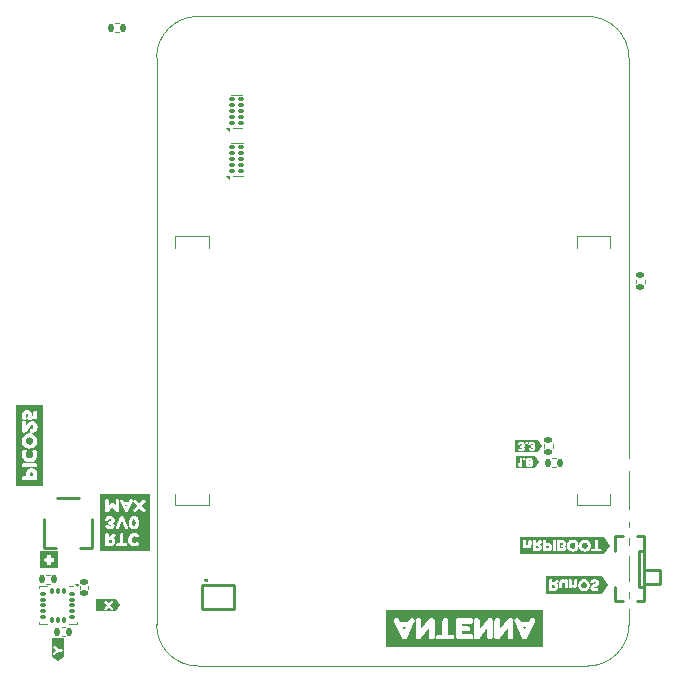
<source format=gbr>
%TF.GenerationSoftware,KiCad,Pcbnew,9.0.0*%
%TF.CreationDate,2025-04-08T18:44:39+02:00*%
%TF.ProjectId,CM5_MINIMA_3,434d355f-4d49-44e4-994d-415f332e6b69,2*%
%TF.SameCoordinates,Original*%
%TF.FileFunction,Legend,Bot*%
%TF.FilePolarity,Positive*%
%FSLAX46Y46*%
G04 Gerber Fmt 4.6, Leading zero omitted, Abs format (unit mm)*
G04 Created by KiCad (PCBNEW 9.0.0) date 2025-04-08 18:44:39*
%MOMM*%
%LPD*%
G01*
G04 APERTURE LIST*
G04 Aperture macros list*
%AMRoundRect*
0 Rectangle with rounded corners*
0 $1 Rounding radius*
0 $2 $3 $4 $5 $6 $7 $8 $9 X,Y pos of 4 corners*
0 Add a 4 corners polygon primitive as box body*
4,1,4,$2,$3,$4,$5,$6,$7,$8,$9,$2,$3,0*
0 Add four circle primitives for the rounded corners*
1,1,$1+$1,$2,$3*
1,1,$1+$1,$4,$5*
1,1,$1+$1,$6,$7*
1,1,$1+$1,$8,$9*
0 Add four rect primitives between the rounded corners*
20,1,$1+$1,$2,$3,$4,$5,0*
20,1,$1+$1,$4,$5,$6,$7,0*
20,1,$1+$1,$6,$7,$8,$9,0*
20,1,$1+$1,$8,$9,$2,$3,0*%
G04 Aperture macros list end*
%ADD10C,0.120000*%
%ADD11C,0.000000*%
%ADD12C,0.250000*%
%ADD13RoundRect,0.075000X0.200000X-0.075000X0.200000X0.075000X-0.200000X0.075000X-0.200000X-0.075000X0*%
%ADD14C,1.500000*%
%ADD15C,4.500000*%
%ADD16C,5.400000*%
%ADD17RoundRect,0.135000X-0.135000X-0.185000X0.135000X-0.185000X0.135000X0.185000X-0.135000X0.185000X0*%
%ADD18C,2.600000*%
%ADD19C,3.800000*%
%ADD20C,0.800000*%
%ADD21O,1.800000X0.860000*%
%ADD22C,1.150000*%
%ADD23C,1.650000*%
%ADD24C,1.000000*%
%ADD25O,1.500000X3.300000*%
%ADD26O,1.500000X2.300000*%
%ADD27C,1.200000*%
%ADD28C,2.700000*%
%ADD29R,0.700000X0.200000*%
%ADD30RoundRect,0.135000X0.135000X0.185000X-0.135000X0.185000X-0.135000X-0.185000X0.135000X-0.185000X0*%
%ADD31RoundRect,0.135000X0.185000X-0.135000X0.185000X0.135000X-0.185000X0.135000X-0.185000X-0.135000X0*%
%ADD32RoundRect,0.087500X0.187500X0.087500X-0.187500X0.087500X-0.187500X-0.087500X0.187500X-0.087500X0*%
%ADD33RoundRect,0.087500X0.087500X0.187500X-0.087500X0.187500X-0.087500X-0.187500X0.087500X-0.187500X0*%
%ADD34R,0.600000X1.550000*%
%ADD35R,1.200000X1.800000*%
%ADD36R,0.250000X0.680000*%
%ADD37C,0.900000*%
%ADD38R,0.700000X0.600000*%
%ADD39R,0.700000X0.900000*%
%ADD40RoundRect,0.140000X0.170000X-0.140000X0.170000X0.140000X-0.170000X0.140000X-0.170000X-0.140000X0*%
%ADD41C,3.000000*%
G04 APERTURE END LIST*
D10*
%TO.C,U402*%
X19875000Y48637020D02*
X18875000Y48637020D01*
X19875000Y45817020D02*
X19085000Y45817020D01*
X18755000Y45537020D02*
X18475000Y45817020D01*
X18755000Y45817020D01*
X18755000Y45537020D01*
G36*
X18755000Y45537020D02*
G01*
X18475000Y45817020D01*
X18755000Y45817020D01*
X18755000Y45537020D01*
G37*
%TO.C,U401*%
X18767500Y41462020D02*
X18487500Y41742020D01*
X18767500Y41742020D01*
X18767500Y41462020D01*
G36*
X18767500Y41462020D02*
G01*
X18487500Y41742020D01*
X18767500Y41742020D01*
X18767500Y41462020D01*
G37*
X19887500Y41742020D02*
X19097500Y41742020D01*
X19887500Y44562020D02*
X18887500Y44562020D01*
%TO.C,R403*%
X9121359Y53920000D02*
X9428641Y53920000D01*
X9121359Y54680000D02*
X9428641Y54680000D01*
D11*
%TO.C,kibuzzard-67CC6D9E*%
G36*
X44389763Y17471960D02*
G01*
X44390908Y17470815D01*
X44386330Y17467382D01*
X44384041Y17467382D01*
X44389763Y17471960D01*
G37*
G36*
X43970879Y17476538D02*
G01*
X43966301Y17471960D01*
X43975457Y17463948D01*
X43974313Y17463948D01*
X43965157Y17470815D01*
X43966301Y17471960D01*
X43965157Y17473104D01*
X43970879Y17477682D01*
X43970879Y17476538D01*
G37*
G36*
X44239835Y17696853D02*
G01*
X44261580Y17644778D01*
X44239262Y17593848D01*
X44176888Y17576109D01*
X44115085Y17594421D01*
X44093340Y17644778D01*
X44116230Y17696853D01*
X44179177Y17715737D01*
X44239835Y17696853D01*
G37*
G36*
X44223812Y17370672D02*
G01*
X44238690Y17334621D01*
X44222667Y17299142D01*
X44178032Y17286552D01*
X44133397Y17298569D01*
X44118519Y17334621D01*
X44134541Y17370100D01*
X44179177Y17382690D01*
X44223812Y17370672D01*
G37*
G36*
X43478747Y18011397D02*
G01*
X43741981Y18011397D01*
X44180321Y18011397D01*
X44471022Y18011397D01*
X44661771Y18011397D01*
X45002702Y17500000D01*
X44661771Y16988603D01*
X44471022Y16988603D01*
X43188046Y16988603D01*
X42997298Y16988603D01*
X42997298Y17340343D01*
X43190335Y17340343D01*
X43203497Y17303720D01*
X43238404Y17264807D01*
X43383755Y17134335D01*
X43402066Y17119456D01*
X43479892Y17100000D01*
X43560006Y17123462D01*
X43582896Y17205293D01*
X43582896Y17640200D01*
X43883898Y17640200D01*
X43892926Y17579924D01*
X43920013Y17524225D01*
X43965157Y17473104D01*
X43964012Y17471960D01*
X43965157Y17470815D01*
X43921380Y17409585D01*
X43906787Y17335765D01*
X43915689Y17269131D01*
X43942394Y17209617D01*
X43986902Y17157225D01*
X44043999Y17116532D01*
X44108472Y17092116D01*
X44180321Y17083977D01*
X44251280Y17092243D01*
X44314608Y17117040D01*
X44370307Y17158369D01*
X44413543Y17211652D01*
X44439485Y17272310D01*
X44448132Y17340343D01*
X44433826Y17405579D01*
X44390908Y17470815D01*
X44392052Y17471960D01*
X44390908Y17473104D01*
X44435416Y17525751D01*
X44462120Y17581450D01*
X44471022Y17640200D01*
X44460976Y17717326D01*
X44430838Y17783898D01*
X44380607Y17839914D01*
X44318169Y17882197D01*
X44251407Y17907566D01*
X44180321Y17916023D01*
X44100906Y17907248D01*
X44030520Y17880925D01*
X43969162Y17837053D01*
X43921793Y17780083D01*
X43893371Y17714465D01*
X43883898Y17640200D01*
X43582896Y17640200D01*
X43582896Y17794707D01*
X43632109Y17794707D01*
X43638261Y17741345D01*
X43656716Y17707153D01*
X43690622Y17688698D01*
X43743125Y17682546D01*
X43827818Y17707153D01*
X43845843Y17741059D01*
X43851852Y17793562D01*
X43827245Y17878255D01*
X43741981Y17902289D01*
X43656716Y17878255D01*
X43632109Y17794707D01*
X43582896Y17794707D01*
X43582896Y17800429D01*
X43560006Y17880544D01*
X43478747Y17903433D01*
X43398633Y17880544D01*
X43375743Y17799285D01*
X43375743Y17412446D01*
X43364298Y17422747D01*
X43293912Y17455937D01*
X43225815Y17415880D01*
X43190335Y17340343D01*
X42997298Y17340343D01*
X42997298Y18011397D01*
X43188046Y18011397D01*
X43478747Y18011397D01*
G37*
D10*
%TO.C,Module301*%
X12600000Y51750000D02*
X12600000Y3750000D01*
X16100000Y250000D02*
X49100000Y250000D01*
X48160000Y36650000D02*
X50960000Y36650000D01*
X48160000Y35650000D02*
X48160000Y36650000D01*
X48160000Y14850000D02*
X48160000Y13850000D01*
X48160000Y13850000D02*
X50960000Y13850000D01*
X49100000Y55250000D02*
X16100000Y55250000D01*
X50960000Y35650000D02*
X50960000Y36650000D01*
X50960000Y14850000D02*
X50960000Y13850000D01*
X52600000Y3750000D02*
X52600000Y51750000D01*
X12600000Y51750000D02*
G75*
G02*
X16100000Y55250000I3500000J0D01*
G01*
X16100000Y250000D02*
G75*
G02*
X12600000Y3750000I0J3500000D01*
G01*
X49100000Y55250000D02*
G75*
G02*
X52600000Y51750000I1J-3499999D01*
G01*
X52600000Y3750000D02*
G75*
G02*
X49100000Y250000I-3499999J-1D01*
G01*
%TO.C,R103*%
X46393641Y17850000D02*
X46086359Y17850000D01*
X46393641Y17090000D02*
X46086359Y17090000D01*
%TO.C,R108*%
X4873641Y3540000D02*
X4566359Y3540000D01*
X4873641Y2780000D02*
X4566359Y2780000D01*
D11*
%TO.C,kibuzzard-67EBF14E*%
G36*
X3500000Y9988650D02*
G01*
X3929614Y9988650D01*
X4239580Y9988650D01*
X4239580Y8511350D01*
X3929614Y8511350D01*
X3070386Y8511350D01*
X2760420Y8511350D01*
X2760420Y9249070D01*
X3070386Y9249070D01*
X3082475Y9159800D01*
X3121531Y9113305D01*
X3168956Y9097496D01*
X3226609Y9094707D01*
X3347496Y9094707D01*
X3347496Y8971960D01*
X3350286Y8915236D01*
X3366094Y8869671D01*
X3412589Y8832475D01*
X3501860Y8821316D01*
X3589270Y8833405D01*
X3635765Y8871531D01*
X3651574Y8917096D01*
X3654363Y8973820D01*
X3654363Y9094707D01*
X3777110Y9094707D01*
X3833834Y9097496D01*
X3879399Y9113305D01*
X3917525Y9160730D01*
X3929614Y9250930D01*
X3918455Y9338340D01*
X3882189Y9384835D01*
X3839413Y9400644D01*
X3786409Y9403433D01*
X3654363Y9403433D01*
X3654363Y9526180D01*
X3651574Y9582904D01*
X3635765Y9628469D01*
X3589270Y9666595D01*
X3500000Y9678684D01*
X3412589Y9666595D01*
X3366094Y9627539D01*
X3350286Y9581044D01*
X3347496Y9524320D01*
X3347496Y9403433D01*
X3213591Y9403433D01*
X3160587Y9400644D01*
X3117811Y9384835D01*
X3081545Y9338340D01*
X3070386Y9249070D01*
X2760420Y9249070D01*
X2760420Y9988650D01*
X3070386Y9988650D01*
X3500000Y9988650D01*
G37*
D10*
%TO.C,R102*%
X45400000Y18726359D02*
X45400000Y19033641D01*
X46160000Y18726359D02*
X46160000Y19033641D01*
%TO.C,U1*%
X2625000Y6990000D02*
X2625000Y6815000D01*
X2625000Y3770000D02*
X2625000Y3945000D01*
X3300000Y6990000D02*
X2625000Y6990000D01*
X3300000Y3770000D02*
X2625000Y3770000D01*
X5170000Y6990000D02*
X5545000Y6990000D01*
X5170000Y3770000D02*
X5845000Y3770000D01*
X5845000Y3770000D02*
X5845000Y3945000D01*
X5845000Y6990000D02*
X5705000Y7180000D01*
X5985000Y7180000D01*
X5845000Y6990000D01*
G36*
X5845000Y6990000D02*
G01*
X5705000Y7180000D01*
X5985000Y7180000D01*
X5845000Y6990000D01*
G37*
D12*
%TO.C,CN1*%
X3100000Y12060000D02*
X3100000Y12660000D01*
X3100000Y12060000D02*
X3100000Y10210000D01*
X3100000Y10210000D02*
X4070000Y10210000D01*
X4140000Y14510000D02*
X6070000Y14510000D01*
X6140000Y10210000D02*
X7100000Y10210000D01*
X7100000Y10210000D02*
X7100000Y12660000D01*
D11*
%TO.C,kibuzzard-67CC7445*%
G36*
X33573482Y3284164D02*
G01*
X33452452Y3533949D01*
X33694512Y3533949D01*
X33573482Y3284164D01*
G37*
G36*
X43781208Y3284164D02*
G01*
X43660178Y3533949D01*
X43902238Y3533949D01*
X43781208Y3284164D01*
G37*
G36*
X34137431Y4994035D02*
G01*
X34794083Y4994035D01*
X37037002Y4994035D01*
X38195800Y4994035D01*
X39720263Y4994035D01*
X41445585Y4994035D01*
X44345156Y4994035D01*
X44703096Y4994035D01*
X45346873Y4994035D01*
X45346873Y1860129D01*
X44703096Y1860129D01*
X32656744Y1860129D01*
X32012967Y1860129D01*
X32012967Y4163563D01*
X32679920Y4163563D01*
X32713396Y3982018D01*
X33359748Y2642962D01*
X33449877Y2543820D01*
X33576057Y2506481D01*
X33701594Y2541245D01*
X33789791Y2645537D01*
X34436143Y3982018D01*
X34453280Y4072146D01*
X34562323Y4072146D01*
X34562323Y2735666D01*
X34567474Y2649400D01*
X34593225Y2581159D01*
X34664040Y2525794D01*
X34799233Y2509056D01*
X34916401Y2524507D01*
X34982066Y2556696D01*
X35028418Y2609485D01*
X35672195Y3474721D01*
X35672195Y2735666D01*
X35677345Y2650687D01*
X35703096Y2582447D01*
X35775199Y2527082D01*
X35909105Y2509056D01*
X36043010Y2527082D01*
X36115113Y2586309D01*
X36139577Y2657125D01*
X36141424Y2699614D01*
X36254169Y2699614D01*
X36269620Y2587597D01*
X36319834Y2528370D01*
X36379062Y2507769D01*
X36452452Y2503906D01*
X37629276Y2503906D01*
X37702667Y2507769D01*
X37760607Y2528370D01*
X37809534Y2588885D01*
X37824984Y2702189D01*
X37809534Y2815494D01*
X37759319Y2876009D01*
X37700092Y2896610D01*
X37626701Y2900473D01*
X37271336Y2900473D01*
X37271336Y4072146D01*
X37961465Y4072146D01*
X37961465Y2740816D01*
X38014255Y2556696D01*
X38203525Y2506481D01*
X39146014Y2506481D01*
X39234856Y2510344D01*
X39304384Y2534807D01*
X39362323Y2606910D01*
X39380349Y2743391D01*
X39362323Y2877297D01*
X39303096Y2949400D01*
X39232281Y2973863D01*
X39143439Y2977726D01*
X38432710Y2977726D01*
X38432710Y3206910D01*
X38909105Y3206910D01*
X38992796Y3210773D01*
X39054598Y3231374D01*
X39103525Y3293176D01*
X39117688Y3410344D01*
X39103525Y3524936D01*
X39053311Y3584164D01*
X38988933Y3604764D01*
X38903954Y3608627D01*
X38432710Y3608627D01*
X38432710Y3837812D01*
X39146014Y3837812D01*
X39234856Y3841674D01*
X39304384Y3866138D01*
X39362323Y3938241D01*
X39380009Y4072146D01*
X39488504Y4072146D01*
X39488504Y2735666D01*
X39493654Y2649400D01*
X39519405Y2581159D01*
X39590220Y2525794D01*
X39725414Y2509056D01*
X39842581Y2524507D01*
X39908246Y2556696D01*
X39954598Y2609485D01*
X40598375Y3474721D01*
X40598375Y2735666D01*
X40603525Y2650687D01*
X40629276Y2582447D01*
X40701379Y2527082D01*
X40835285Y2509056D01*
X40969190Y2527082D01*
X41041293Y2586309D01*
X41065757Y2657125D01*
X41069620Y2745966D01*
X41069620Y4072146D01*
X41213826Y4072146D01*
X41213826Y2735666D01*
X41218976Y2649400D01*
X41244727Y2581159D01*
X41315542Y2525794D01*
X41450735Y2509056D01*
X41567903Y2524507D01*
X41633568Y2556696D01*
X41679920Y2609485D01*
X42323697Y3474721D01*
X42323697Y2735666D01*
X42328847Y2650687D01*
X42354598Y2582447D01*
X42426701Y2527082D01*
X42560607Y2509056D01*
X42694512Y2527082D01*
X42766615Y2586309D01*
X42791079Y2657125D01*
X42794941Y2745966D01*
X42794941Y4074721D01*
X42791079Y4163563D01*
X42887645Y4163563D01*
X42921122Y3982018D01*
X43567474Y2642962D01*
X43657602Y2543820D01*
X43783783Y2506481D01*
X43909319Y2541245D01*
X43997517Y2645537D01*
X44643868Y3982018D01*
X44678632Y4164850D01*
X44535714Y4291030D01*
X44345156Y4328370D01*
X44218976Y4180301D01*
X44100521Y3935666D01*
X43467044Y3935666D01*
X43348590Y4182876D01*
X43219834Y4325794D01*
X43031851Y4288455D01*
X42887645Y4163563D01*
X42791079Y4163563D01*
X42766615Y4233091D01*
X42694512Y4291030D01*
X42558032Y4309056D01*
X42425414Y4294893D01*
X42349448Y4239528D01*
X41682495Y3358842D01*
X41682495Y4074721D01*
X41678632Y4163563D01*
X41654169Y4233091D01*
X41582066Y4291030D01*
X41445585Y4309056D01*
X41312967Y4291030D01*
X41243439Y4233091D01*
X41218976Y4162275D01*
X41213826Y4072146D01*
X41069620Y4072146D01*
X41069620Y4074721D01*
X41065757Y4163563D01*
X41041293Y4233091D01*
X40969190Y4291030D01*
X40832710Y4309056D01*
X40700092Y4294893D01*
X40624126Y4239528D01*
X39957173Y3358842D01*
X39957173Y4074721D01*
X39953311Y4163563D01*
X39928847Y4233091D01*
X39856744Y4291030D01*
X39720263Y4309056D01*
X39587645Y4291030D01*
X39518117Y4233091D01*
X39493654Y4162275D01*
X39488504Y4072146D01*
X39380009Y4072146D01*
X39380349Y4074721D01*
X39362323Y4208627D01*
X39303096Y4280730D01*
X39232281Y4305194D01*
X39143439Y4309056D01*
X38195800Y4309056D01*
X38061894Y4291030D01*
X37989791Y4231803D01*
X37965328Y4160988D01*
X37961465Y4072146D01*
X37271336Y4072146D01*
X37271336Y4079872D01*
X37267474Y4166138D01*
X37243010Y4234378D01*
X37170907Y4291030D01*
X37037002Y4309056D01*
X36904384Y4291030D01*
X36834856Y4233091D01*
X36811680Y4163563D01*
X36807817Y4077297D01*
X36807817Y2900473D01*
X36449877Y2900473D01*
X36376487Y2896610D01*
X36318547Y2876009D01*
X36269620Y2815494D01*
X36254169Y2699614D01*
X36141424Y2699614D01*
X36143439Y2745966D01*
X36143439Y4074721D01*
X36139577Y4163563D01*
X36115113Y4233091D01*
X36043010Y4291030D01*
X35906529Y4309056D01*
X35773911Y4294893D01*
X35697946Y4239528D01*
X35030993Y3358842D01*
X35030993Y4074721D01*
X35027130Y4163563D01*
X35002667Y4233091D01*
X34930564Y4291030D01*
X34794083Y4309056D01*
X34661465Y4291030D01*
X34591937Y4233091D01*
X34567474Y4162275D01*
X34562323Y4072146D01*
X34453280Y4072146D01*
X34470907Y4164850D01*
X34327989Y4291030D01*
X34137431Y4328370D01*
X34011250Y4180301D01*
X33892796Y3935666D01*
X33259319Y3935666D01*
X33140864Y4182876D01*
X33012109Y4325794D01*
X32824126Y4288455D01*
X32679920Y4163563D01*
X32012967Y4163563D01*
X32012967Y4994035D01*
X32656744Y4994035D01*
X34137431Y4994035D01*
G37*
D12*
%TO.C,D403*%
X16460000Y7130000D02*
X16460000Y5090000D01*
X19180000Y7130000D02*
X16460000Y7130000D01*
X19180000Y7130000D02*
X19180000Y5090000D01*
X19180000Y5090000D02*
X16460000Y5090000D01*
X16860000Y7510000D02*
G75*
G02*
X16740000Y7510000I-60000J0D01*
G01*
X16740000Y7510000D02*
G75*
G02*
X16860000Y7510000I60000J0D01*
G01*
D11*
%TO.C,kibuzzard-67CC6D94*%
G36*
X43479558Y19358536D02*
G01*
X43930488Y19358536D01*
X44377984Y19358536D01*
X44686997Y19358536D01*
X44877746Y19358536D01*
X45216770Y18850000D01*
X44877746Y18341464D01*
X44686997Y18341464D01*
X43173979Y18341464D01*
X42983230Y18341464D01*
X42983230Y19006795D01*
X43173979Y19006795D01*
X43202591Y18952718D01*
X43288428Y18934692D01*
X43351375Y18947282D01*
X43384565Y19001073D01*
X43386854Y19007368D01*
X43395438Y19021102D01*
X43412605Y19038269D01*
X43440073Y19052003D01*
X43480703Y19058298D01*
X43552233Y19040558D01*
X43579129Y18993062D01*
X43557097Y18943276D01*
X43491003Y18926681D01*
X43459529Y18926681D01*
X43433206Y18921531D01*
X43407455Y18907225D01*
X43393721Y18877468D01*
X43386854Y18827110D01*
X43394293Y18769886D01*
X43418328Y18740129D01*
X43447512Y18730401D01*
X43484136Y18728684D01*
X43492148Y18728684D01*
X43545366Y18721245D01*
X43561962Y18692060D01*
X43543077Y18652575D01*
X43491003Y18638269D01*
X43441790Y18649714D01*
X43408600Y18684049D01*
X43373756Y18731227D01*
X43325687Y18744580D01*
X43264394Y18724106D01*
X43207741Y18661159D01*
X43224336Y18582189D01*
X43226053Y18578183D01*
X43232348Y18565594D01*
X43243793Y18546710D01*
X43262105Y18523820D01*
X43287283Y18499213D01*
X43321046Y18475751D01*
X43363392Y18455722D01*
X43416039Y18441989D01*
X43479558Y18436838D01*
X43562788Y18445486D01*
X43633937Y18471427D01*
X43693006Y18514664D01*
X43737196Y18568455D01*
X43763710Y18626061D01*
X43772548Y18687482D01*
X43752806Y18771316D01*
X43693578Y18828255D01*
X43757670Y18890057D01*
X43780846Y18935837D01*
X43788571Y18990773D01*
X43786467Y19006795D01*
X44072405Y19006795D01*
X44101017Y18952718D01*
X44186854Y18934692D01*
X44249801Y18947282D01*
X44282992Y19001073D01*
X44285281Y19007368D01*
X44293864Y19021102D01*
X44311032Y19038269D01*
X44338499Y19052003D01*
X44379129Y19058298D01*
X44450660Y19040558D01*
X44477555Y18993062D01*
X44455524Y18943276D01*
X44389429Y18926681D01*
X44357956Y18926681D01*
X44331632Y18921531D01*
X44305881Y18907225D01*
X44292148Y18877468D01*
X44285281Y18827110D01*
X44292720Y18769886D01*
X44316754Y18740129D01*
X44345939Y18730401D01*
X44382562Y18728684D01*
X44390574Y18728684D01*
X44443793Y18721245D01*
X44460388Y18692060D01*
X44441504Y18652575D01*
X44389429Y18638269D01*
X44340216Y18649714D01*
X44307026Y18684049D01*
X44272182Y18731227D01*
X44224114Y18744580D01*
X44162820Y18724106D01*
X44106168Y18661159D01*
X44122763Y18582189D01*
X44124479Y18578183D01*
X44130774Y18565594D01*
X44142219Y18546710D01*
X44160531Y18523820D01*
X44185710Y18499213D01*
X44219472Y18475751D01*
X44261818Y18455722D01*
X44314465Y18441989D01*
X44377984Y18436838D01*
X44461214Y18445486D01*
X44532364Y18471427D01*
X44591432Y18514664D01*
X44635622Y18568455D01*
X44662136Y18626061D01*
X44670974Y18687482D01*
X44651232Y18771316D01*
X44592004Y18828255D01*
X44656096Y18890057D01*
X44679272Y18935837D01*
X44686997Y18990773D01*
X44677269Y19064847D01*
X44648085Y19129892D01*
X44599444Y19185908D01*
X44535924Y19228827D01*
X44462105Y19254578D01*
X44377984Y19263162D01*
X44299777Y19254578D01*
X44228437Y19228827D01*
X44163964Y19185908D01*
X44113098Y19131672D01*
X44082578Y19071968D01*
X44072405Y19006795D01*
X43786467Y19006795D01*
X43778843Y19064847D01*
X43749658Y19129892D01*
X43738284Y19142990D01*
X43820617Y19142990D01*
X43826768Y19089628D01*
X43845223Y19055436D01*
X43879129Y19036981D01*
X43931632Y19030830D01*
X44016325Y19055436D01*
X44034351Y19089342D01*
X44040359Y19141845D01*
X44015753Y19226538D01*
X43930488Y19250572D01*
X43845223Y19226538D01*
X43820617Y19142990D01*
X43738284Y19142990D01*
X43701017Y19185908D01*
X43637498Y19228827D01*
X43563678Y19254578D01*
X43479558Y19263162D01*
X43401351Y19254578D01*
X43330011Y19228827D01*
X43265538Y19185908D01*
X43214672Y19131672D01*
X43184152Y19071968D01*
X43173979Y19006795D01*
X42983230Y19006795D01*
X42983230Y19358536D01*
X43173979Y19358536D01*
X43479558Y19358536D01*
G37*
%TO.C,kibuzzard-67EBD221*%
G36*
X4735675Y1215602D02*
G01*
X4735675Y1024853D01*
X4230000Y687736D01*
X3724325Y1024853D01*
X3724325Y1215602D01*
X3724325Y1797004D01*
X3826567Y1797004D01*
X3882647Y1735201D01*
X4127568Y1582984D01*
X3882647Y1423899D01*
X3826567Y1360380D01*
X3854034Y1276260D01*
X3919843Y1221324D01*
X3994807Y1246503D01*
X4335866Y1474257D01*
X4536152Y1474257D01*
X4575637Y1475974D01*
X4606538Y1486846D01*
X4632289Y1518892D01*
X4640300Y1579550D01*
X4632289Y1640208D01*
X4605966Y1672254D01*
X4573920Y1683127D01*
X4533863Y1684843D01*
X4335866Y1684843D01*
X3994807Y1912597D01*
X3918126Y1937776D01*
X3854034Y1881696D01*
X3830000Y1833627D01*
X3826567Y1797004D01*
X3724325Y1797004D01*
X3724325Y1944643D01*
X3724325Y2612264D01*
X4735675Y2612264D01*
X4735675Y1944643D01*
X4735675Y1579550D01*
X4735675Y1215602D01*
G37*
%TO.C,kibuzzard-67EBAC4C*%
G36*
X46324622Y7044206D02*
G01*
X46357527Y6965522D01*
X46326768Y6891130D01*
X46253092Y6861087D01*
X46098585Y6861087D01*
X46098585Y7069957D01*
X46255953Y7069957D01*
X46324622Y7044206D01*
G37*
G36*
X48879165Y7336588D02*
G01*
X48954808Y7282403D01*
X49005774Y7201395D01*
X49022763Y7102861D01*
X49005595Y7005043D01*
X48954093Y6923319D01*
X48878628Y6868062D01*
X48789572Y6849642D01*
X48699444Y6868062D01*
X48623621Y6923319D01*
X48572119Y7005043D01*
X48554952Y7102861D01*
X48572298Y7198712D01*
X48624336Y7280258D01*
X48699980Y7336052D01*
X48788142Y7354649D01*
X48879165Y7336588D01*
G37*
G36*
X46464823Y7854888D02*
G01*
X47290288Y7854888D01*
X48102877Y7854888D01*
X48795295Y7854888D01*
X49692291Y7854888D01*
X50059959Y7854888D01*
X50298395Y7854888D01*
X50801653Y7100000D01*
X50298395Y6345112D01*
X50059959Y6345112D01*
X45836783Y6345112D01*
X45598347Y6345112D01*
X45598347Y7467668D01*
X45836783Y7467668D01*
X45836783Y6729471D01*
X45838929Y6681545D01*
X45852519Y6642203D01*
X45892577Y6609299D01*
X45968399Y6599285D01*
X46255953Y6599285D01*
X46314072Y6605007D01*
X46373979Y6622175D01*
X46433707Y6650072D01*
X46491289Y6687983D01*
X46542612Y6738591D01*
X46583564Y6804578D01*
X46610388Y6882010D01*
X46619329Y6966953D01*
X46605341Y7074090D01*
X46563376Y7166603D01*
X46501143Y7235908D01*
X46693721Y7235908D01*
X46693721Y7002718D01*
X46695867Y6953362D01*
X46709458Y6914735D01*
X46749515Y6882546D01*
X46823907Y6872532D01*
X46898299Y6882546D01*
X46938356Y6915451D01*
X46951947Y6954793D01*
X46954093Y7004149D01*
X46954093Y7235908D01*
X46981275Y7311731D01*
X47057097Y7338913D01*
X47132205Y7311016D01*
X47160102Y7235908D01*
X47160102Y7001288D01*
X47162248Y6953362D01*
X47175838Y6914735D01*
X47215180Y6882546D01*
X47290288Y6872532D01*
X47364680Y6882546D01*
X47404737Y6915451D01*
X47418328Y6954793D01*
X47420474Y7002718D01*
X47420474Y7469099D01*
X47506311Y7469099D01*
X47506311Y6998426D01*
X47509172Y6951216D01*
X47522763Y6914020D01*
X47562105Y6883262D01*
X47636497Y6873963D01*
X47703735Y6882546D01*
X47742362Y6906152D01*
X47758099Y6933333D01*
X47762391Y6962661D01*
X47838929Y6901144D01*
X47942648Y6873963D01*
X48028167Y6885249D01*
X48099698Y6919107D01*
X48157241Y6975536D01*
X48199364Y7049611D01*
X48216537Y7108584D01*
X48293149Y7108584D01*
X48302090Y7003970D01*
X48328914Y6907582D01*
X48373621Y6819421D01*
X48436210Y6739485D01*
X48511586Y6673140D01*
X48594651Y6625751D01*
X48685406Y6597318D01*
X48783850Y6587840D01*
X48884351Y6597183D01*
X48976983Y6625215D01*
X49061747Y6671933D01*
X49138643Y6737339D01*
X49202484Y6816246D01*
X49248085Y6903469D01*
X49275445Y6999008D01*
X49284565Y7102861D01*
X49275579Y7204927D01*
X49248621Y7299392D01*
X49214120Y7366094D01*
X49326053Y7366094D01*
X49386139Y7274535D01*
X49445589Y7241472D01*
X49507582Y7251009D01*
X49572119Y7303147D01*
X49630059Y7355365D01*
X49686568Y7368956D01*
X49770974Y7348212D01*
X49796725Y7281688D01*
X49759529Y7237339D01*
X49647226Y7203720D01*
X49579093Y7185300D01*
X49524909Y7165808D01*
X49444794Y7120029D01*
X49387570Y7058512D01*
X49353235Y6981259D01*
X49341790Y6888269D01*
X49352440Y6805532D01*
X49384390Y6732809D01*
X49437641Y6670100D01*
X49507105Y6622016D01*
X49587697Y6593165D01*
X49679415Y6583548D01*
X49787347Y6593085D01*
X49878430Y6621698D01*
X49952663Y6669385D01*
X50004165Y6743062D01*
X49969830Y6831044D01*
X49885424Y6900429D01*
X49789572Y6873963D01*
X49773120Y6860372D01*
X49753092Y6843920D01*
X49725195Y6833190D01*
X49677984Y6828183D01*
X49625052Y6846066D01*
X49602162Y6889700D01*
X49627198Y6936195D01*
X49683707Y6961230D01*
X49770974Y6979113D01*
X49862534Y7001288D01*
X49943542Y7038484D01*
X50006311Y7092847D01*
X50046547Y7170458D01*
X50059959Y7277396D01*
X50053879Y7345708D01*
X50035638Y7407582D01*
X49973406Y7504149D01*
X49885424Y7567811D01*
X49787426Y7604292D01*
X49692291Y7615021D01*
X49612176Y7608584D01*
X49544937Y7592847D01*
X49489859Y7569242D01*
X49445509Y7542060D01*
X49411175Y7514163D01*
X49386139Y7489127D01*
X49370402Y7469099D01*
X49361818Y7459084D01*
X49326053Y7366094D01*
X49214120Y7366094D01*
X49203691Y7386257D01*
X49140788Y7465522D01*
X49065279Y7531554D01*
X48982527Y7578720D01*
X48892532Y7607019D01*
X48795295Y7616452D01*
X48695331Y7607153D01*
X48602877Y7579256D01*
X48517934Y7532761D01*
X48440502Y7467668D01*
X48376035Y7389431D01*
X48329987Y7303505D01*
X48302359Y7209889D01*
X48293149Y7108584D01*
X48216537Y7108584D01*
X48224638Y7136401D01*
X48233063Y7235908D01*
X48233063Y7470529D01*
X48230917Y7518455D01*
X48217326Y7557082D01*
X48177984Y7589270D01*
X48102877Y7599285D01*
X48027055Y7589270D01*
X47986997Y7556366D01*
X47973406Y7517024D01*
X47971261Y7469099D01*
X47971261Y7235908D01*
X47944794Y7160086D01*
X47869687Y7132904D01*
X47793864Y7160801D01*
X47765252Y7235908D01*
X47765252Y7470529D01*
X47763106Y7518455D01*
X47749515Y7557082D01*
X47709458Y7589270D01*
X47635066Y7599285D01*
X47561389Y7589270D01*
X47522047Y7557082D01*
X47508457Y7518455D01*
X47506311Y7469099D01*
X47420474Y7469099D01*
X47420474Y7473391D01*
X47419758Y7511302D01*
X47411890Y7544206D01*
X47391861Y7573534D01*
X47353235Y7591416D01*
X47290288Y7599285D01*
X47204808Y7582475D01*
X47165824Y7532046D01*
X47096082Y7581402D01*
X47018471Y7597854D01*
X46931044Y7586250D01*
X46853791Y7551439D01*
X46786711Y7493419D01*
X46735050Y7418391D01*
X46704053Y7332554D01*
X46693721Y7235908D01*
X46501143Y7235908D01*
X46493435Y7244492D01*
X46596439Y7381831D01*
X46635066Y7480544D01*
X46566396Y7564950D01*
X46464823Y7604292D01*
X46384708Y7537768D01*
X46231632Y7330329D01*
X46098585Y7330329D01*
X46098585Y7469099D01*
X46096439Y7518455D01*
X46082849Y7557082D01*
X46042791Y7589270D01*
X45966969Y7599285D01*
X45892577Y7589270D01*
X45852519Y7556366D01*
X45838929Y7517024D01*
X45836783Y7467668D01*
X45598347Y7467668D01*
X45598347Y7854888D01*
X45836783Y7854888D01*
X46464823Y7854888D01*
G37*
D12*
%TO.C,SW101*%
X51410000Y11220000D02*
X52080000Y11220000D01*
X51410000Y10000000D02*
X51410000Y11220000D01*
X51410000Y5720000D02*
X51410000Y6940000D01*
X52080000Y5720000D02*
X51410000Y5720000D01*
X53240000Y11220000D02*
X53910000Y11220000D01*
X53410000Y9970000D02*
X53910000Y9970000D01*
X53410000Y6970000D02*
X53410000Y9970000D01*
X53910000Y9970000D02*
X53910000Y9520000D01*
X53910000Y7220000D02*
X55210000Y7220000D01*
X53910000Y6970000D02*
X53410000Y6970000D01*
X53910000Y5720000D02*
X53240000Y5720000D01*
X53910000Y5720000D02*
X53910000Y11220000D01*
X55210000Y8420000D02*
X53910000Y8420000D01*
X55210000Y7220000D02*
X55210000Y8420000D01*
D11*
%TO.C,kibuzzard-67EBF015*%
G36*
X2124320Y16615021D02*
G01*
X2163376Y16517382D01*
X2163376Y16318383D01*
X1891845Y16318383D01*
X1891845Y16519242D01*
X1925322Y16611302D01*
X2027611Y16655007D01*
X2124320Y16615021D01*
G37*
G36*
X1976234Y19589771D02*
G01*
X2082475Y19522818D01*
X2154310Y19424714D01*
X2178255Y19308941D01*
X2154310Y19191774D01*
X2082475Y19093205D01*
X1976234Y19026252D01*
X1849070Y19003934D01*
X1724464Y19026484D01*
X1618455Y19094134D01*
X1545923Y19192471D01*
X1521745Y19307082D01*
X1545225Y19425411D01*
X1615665Y19523748D01*
X1720976Y19590004D01*
X1849070Y19612089D01*
X1976234Y19589771D01*
G37*
G36*
X2987268Y21921960D02*
G01*
X2987268Y15978040D01*
X2987268Y15513090D01*
X712732Y15513090D01*
X712732Y15978040D01*
X712732Y16147282D01*
X1203720Y16147282D01*
X1216738Y16050572D01*
X1259514Y15998498D01*
X1310658Y15980830D01*
X1374821Y15978040D01*
X2334478Y15978040D01*
X2396781Y15980830D01*
X2447926Y15998498D01*
X2490701Y16050572D01*
X2503720Y16149142D01*
X2503720Y16519242D01*
X2496280Y16595029D01*
X2473963Y16673605D01*
X2437697Y16751717D01*
X2388412Y16826109D01*
X2322622Y16892364D01*
X2236838Y16946066D01*
X2136177Y16981634D01*
X2025751Y16993491D01*
X1915790Y16981867D01*
X1816524Y16946996D01*
X1732135Y16893759D01*
X1666810Y16827039D01*
X1617525Y16751717D01*
X1581259Y16672675D01*
X1558941Y16593401D01*
X1551502Y16517382D01*
X1551502Y16318383D01*
X1372961Y16318383D01*
X1308798Y16315594D01*
X1258584Y16297926D01*
X1216738Y16245851D01*
X1203720Y16147282D01*
X712732Y16147282D01*
X712732Y17240844D01*
X1201860Y17240844D01*
X1214878Y17144134D01*
X1257654Y17092060D01*
X1308798Y17074392D01*
X1372961Y17071602D01*
X2334478Y17071602D01*
X2396781Y17074392D01*
X2447926Y17092060D01*
X2490701Y17144134D01*
X2503720Y17242704D01*
X2490701Y17339413D01*
X2447926Y17391488D01*
X2396781Y17409156D01*
X2332618Y17411946D01*
X1371102Y17411946D01*
X1306938Y17409156D01*
X1256724Y17391488D01*
X1214878Y17339413D01*
X1201860Y17240844D01*
X712732Y17240844D01*
X712732Y18163305D01*
X1183262Y18163305D01*
X1188841Y18084496D01*
X1205579Y18000572D01*
X1235569Y17912697D01*
X1280901Y17822031D01*
X1339485Y17734853D01*
X1409227Y17657439D01*
X1495011Y17591184D01*
X1601717Y17537482D01*
X1724928Y17501913D01*
X1860229Y17490057D01*
X1990415Y17501681D01*
X2109442Y17536552D01*
X2212893Y17589557D01*
X2296352Y17655579D01*
X2364235Y17732994D01*
X2420959Y17820172D01*
X2464896Y17911302D01*
X2494421Y18000572D01*
X2511159Y18086820D01*
X2516738Y18168884D01*
X2505166Y18279646D01*
X2470450Y18393713D01*
X2412589Y18511087D01*
X2377253Y18561302D01*
X2338197Y18595708D01*
X2282403Y18613376D01*
X2178255Y18572461D01*
X2102933Y18502718D01*
X2077825Y18438555D01*
X2120601Y18338126D01*
X2128970Y18326037D01*
X2139199Y18310229D01*
X2149428Y18292561D01*
X2158727Y18267454D01*
X2166166Y18237697D01*
X2172675Y18200501D01*
X2174535Y18155866D01*
X2155937Y18049857D01*
X2101073Y17944778D01*
X1999714Y17862017D01*
X1929971Y17838305D01*
X1850930Y17830401D01*
X1749338Y17844582D01*
X1664020Y17887124D01*
X1598695Y17947335D01*
X1557082Y18014521D01*
X1527325Y18155866D01*
X1542668Y18253970D01*
X1588698Y18347425D01*
X1625894Y18440415D01*
X1599392Y18503648D01*
X1519886Y18570601D01*
X1412017Y18611516D01*
X1344134Y18585479D01*
X1287411Y18509227D01*
X1229550Y18398879D01*
X1194834Y18283572D01*
X1183262Y18163305D01*
X712732Y18163305D01*
X712732Y19316381D01*
X1181402Y19316381D01*
X1193491Y19186427D01*
X1229757Y19066237D01*
X1290200Y18955812D01*
X1374821Y18855150D01*
X1476529Y18771343D01*
X1588233Y18711481D01*
X1709934Y18675563D01*
X1841631Y18663591D01*
X1977629Y18675215D01*
X2102933Y18710086D01*
X2217543Y18768205D01*
X2321459Y18849571D01*
X2407707Y18947559D01*
X2469313Y19055544D01*
X2506277Y19173525D01*
X2518598Y19301502D01*
X2506451Y19432153D01*
X2470011Y19552575D01*
X2409277Y19662768D01*
X2324249Y19762732D01*
X2221669Y19845726D01*
X2108280Y19905007D01*
X1984080Y19940576D01*
X1849070Y19952432D01*
X1716385Y19940750D01*
X1593580Y19905705D01*
X1480655Y19847295D01*
X1377611Y19765522D01*
X1291769Y19667360D01*
X1230454Y19559782D01*
X1193665Y19442789D01*
X1181402Y19316381D01*
X712732Y19316381D01*
X712732Y20173748D01*
X712732Y20845136D01*
X1198140Y20845136D01*
X1198140Y20173748D01*
X1249285Y20054721D01*
X1371102Y20004506D01*
X1465486Y20021245D01*
X1551502Y20071459D01*
X1617758Y20136087D01*
X1686338Y20225823D01*
X1750268Y20323927D01*
X1802575Y20413662D01*
X1854649Y20494331D01*
X1917883Y20565236D01*
X1987625Y20614753D01*
X2059227Y20631259D01*
X2108512Y20624750D01*
X2156867Y20583834D01*
X2181974Y20489914D01*
X2143383Y20381116D01*
X2027611Y20344850D01*
X1968097Y20342060D01*
X1920672Y20324392D01*
X1881617Y20272318D01*
X1869528Y20173748D01*
X1882546Y20077039D01*
X1925322Y20024964D01*
X1976466Y20007296D01*
X2040629Y20004506D01*
X2159450Y20019385D01*
X2270418Y20064020D01*
X2373534Y20138412D01*
X2456191Y20236775D01*
X2505786Y20353322D01*
X2522318Y20488054D01*
X2506406Y20616381D01*
X2458671Y20731068D01*
X2379113Y20832117D01*
X2276824Y20910642D01*
X2160897Y20957757D01*
X2031330Y20973462D01*
X1937411Y20964396D01*
X1849070Y20937196D01*
X1770029Y20895118D01*
X1704006Y20841416D01*
X1606366Y20727969D01*
X1540343Y20616381D01*
X1540343Y20848856D01*
X1536624Y20913019D01*
X1518026Y20963233D01*
X1465951Y21005079D01*
X1367382Y21018097D01*
X1271602Y21005079D01*
X1220458Y20962303D01*
X1201860Y20909299D01*
X1198140Y20845136D01*
X712732Y20845136D01*
X712732Y21470029D01*
X1177682Y21470029D01*
X1185819Y21369599D01*
X1210229Y21276609D01*
X1274392Y21150143D01*
X1307868Y21111087D01*
X1421316Y21040415D01*
X1547783Y21109227D01*
X1611016Y21224535D01*
X1549642Y21351001D01*
X1519886Y21458870D01*
X1547783Y21548140D01*
X1625894Y21579757D01*
X1703076Y21546280D01*
X1733763Y21464449D01*
X1707725Y21391917D01*
X1663090Y21287768D01*
X1700286Y21166881D01*
X1756080Y21084120D01*
X1810014Y21060873D01*
X2338197Y21129685D01*
X2390272Y21138984D01*
X2441416Y21160372D01*
X2490701Y21212446D01*
X2507439Y21300787D01*
X2505579Y21726681D01*
X2501860Y21790844D01*
X2484192Y21841059D01*
X2432117Y21882904D01*
X2330758Y21895923D01*
X2237768Y21883834D01*
X2188484Y21843848D01*
X2171745Y21795494D01*
X2168956Y21735980D01*
X2168956Y21449571D01*
X2070386Y21436552D01*
X2074106Y21468169D01*
X2074106Y21477468D01*
X2059537Y21590502D01*
X2015832Y21694031D01*
X1942990Y21788054D01*
X1850930Y21862446D01*
X1749571Y21907082D01*
X1638913Y21921960D01*
X1515649Y21907495D01*
X1406231Y21864100D01*
X1310658Y21791774D01*
X1236783Y21698164D01*
X1192457Y21590916D01*
X1177682Y21470029D01*
X712732Y21470029D01*
X712732Y21921960D01*
X712732Y22386910D01*
X2987268Y22386910D01*
X2987268Y21921960D01*
G37*
%TO.C,kibuzzard-67795592*%
G36*
X44927627Y10392060D02*
G01*
X44960531Y10313376D01*
X44929773Y10238984D01*
X44856096Y10208941D01*
X44701590Y10208941D01*
X44701590Y10417811D01*
X44858957Y10417811D01*
X44927627Y10392060D01*
G37*
G36*
X45791003Y10392060D02*
G01*
X45824622Y10313376D01*
X45793864Y10238984D01*
X45718757Y10208941D01*
X45565681Y10208941D01*
X45565681Y10417811D01*
X45720188Y10417811D01*
X45791003Y10392060D01*
G37*
G36*
X47924229Y10684442D02*
G01*
X47999873Y10630258D01*
X48050838Y10549249D01*
X48067827Y10450715D01*
X48050660Y10352897D01*
X47999158Y10271173D01*
X47923693Y10215916D01*
X47834637Y10197496D01*
X47744508Y10215916D01*
X47668685Y10271173D01*
X47617183Y10352897D01*
X47600016Y10450715D01*
X47617362Y10546567D01*
X47669401Y10628112D01*
X47745045Y10683906D01*
X47833206Y10702504D01*
X47924229Y10684442D01*
G37*
G36*
X48955703Y10684442D02*
G01*
X49031346Y10630258D01*
X49082312Y10549249D01*
X49099301Y10450715D01*
X49082133Y10352897D01*
X49030631Y10271173D01*
X48955166Y10215916D01*
X48866110Y10197496D01*
X48775982Y10215916D01*
X48700159Y10271173D01*
X48648657Y10352897D01*
X48631489Y10450715D01*
X48648836Y10546567D01*
X48700874Y10628112D01*
X48776518Y10683906D01*
X48864680Y10702504D01*
X48955703Y10684442D01*
G37*
G36*
X46976268Y10683906D02*
G01*
X46998442Y10676037D01*
X47019901Y10651717D01*
X47027770Y10606652D01*
X47009172Y10547282D01*
X46949086Y10533691D01*
X46930488Y10533691D01*
X46848943Y10508655D01*
X46824622Y10423534D01*
X46850374Y10341273D01*
X46937641Y10317668D01*
X46954808Y10317668D01*
X46989143Y10307654D01*
X46999158Y10263305D01*
X46984136Y10218956D01*
X46924766Y10207511D01*
X46751661Y10207511D01*
X46751661Y10685336D01*
X46956239Y10685336D01*
X46976268Y10683906D01*
G37*
G36*
X44219472Y11202742D02*
G01*
X45067827Y11202742D01*
X45434065Y11202742D01*
X46275266Y11202742D01*
X46620045Y11202742D01*
X47840359Y11202742D01*
X48871833Y11202742D01*
X49837498Y11202742D01*
X50275266Y11202742D01*
X50513702Y11202742D01*
X51015530Y10450000D01*
X50513702Y9697258D01*
X50275266Y9697258D01*
X43622906Y9697258D01*
X43384470Y9697258D01*
X43384470Y10816953D01*
X43622906Y10816953D01*
X43622906Y10346280D01*
X43625767Y10299070D01*
X43639358Y10261874D01*
X43678700Y10231116D01*
X43753092Y10221817D01*
X43820331Y10230401D01*
X43858957Y10254006D01*
X43874694Y10281187D01*
X43878986Y10310515D01*
X43955524Y10248999D01*
X44059243Y10221817D01*
X44144762Y10233103D01*
X44216293Y10266961D01*
X44273836Y10323391D01*
X44315959Y10397465D01*
X44341234Y10484255D01*
X44349658Y10583763D01*
X44349658Y10815522D01*
X44439787Y10815522D01*
X44439787Y10077325D01*
X44441933Y10029399D01*
X44455524Y9990057D01*
X44495581Y9957153D01*
X44571404Y9947139D01*
X44858957Y9947139D01*
X44917076Y9952861D01*
X44976983Y9970029D01*
X45036711Y9997926D01*
X45094293Y10035837D01*
X45145617Y10086445D01*
X45186568Y10152432D01*
X45213392Y10229864D01*
X45222333Y10314807D01*
X45208345Y10421944D01*
X45166381Y10514457D01*
X45096439Y10592346D01*
X45199444Y10729685D01*
X45233032Y10815522D01*
X45303879Y10815522D01*
X45303879Y10077325D01*
X45306024Y10029399D01*
X45319615Y9990057D01*
X45359673Y9957153D01*
X45435495Y9947139D01*
X45720188Y9947139D01*
X45778485Y9952861D01*
X45838929Y9970029D01*
X45899014Y9997926D01*
X45956239Y10035837D01*
X46007205Y10086445D01*
X46048514Y10152432D01*
X46075874Y10229864D01*
X46084994Y10314807D01*
X46076053Y10399392D01*
X46049229Y10475751D01*
X46008278Y10540665D01*
X45956954Y10590916D01*
X45899014Y10628827D01*
X45838213Y10656724D01*
X45777233Y10673891D01*
X45718757Y10679614D01*
X45565681Y10679614D01*
X45565681Y10816953D01*
X46145080Y10816953D01*
X46145080Y10077325D01*
X46147226Y10029399D01*
X46160817Y9990057D01*
X46200874Y9957153D01*
X46276697Y9947139D01*
X46351089Y9957153D01*
X46391146Y9990057D01*
X46404737Y10029399D01*
X46406883Y10078755D01*
X46406883Y10814092D01*
X46489859Y10814092D01*
X46489859Y10075894D01*
X46492004Y10027969D01*
X46505595Y9988627D01*
X46545653Y9955722D01*
X46621475Y9945708D01*
X46956239Y9945708D01*
X47036830Y9955802D01*
X47108838Y9986083D01*
X47172262Y10036552D01*
X47221539Y10100850D01*
X47251105Y10172620D01*
X47260960Y10251860D01*
X47249158Y10335551D01*
X47213750Y10412089D01*
X47238844Y10456438D01*
X47338213Y10456438D01*
X47347155Y10351824D01*
X47373979Y10255436D01*
X47418685Y10167275D01*
X47481275Y10087339D01*
X47556650Y10020994D01*
X47639715Y9973605D01*
X47730470Y9945172D01*
X47828914Y9935694D01*
X47929415Y9945038D01*
X48022047Y9973069D01*
X48106811Y10019787D01*
X48183707Y10085193D01*
X48247548Y10164101D01*
X48293149Y10251323D01*
X48320509Y10346862D01*
X48329630Y10450715D01*
X48329126Y10456438D01*
X48369687Y10456438D01*
X48378628Y10351824D01*
X48405452Y10255436D01*
X48450159Y10167275D01*
X48512748Y10087339D01*
X48588124Y10020994D01*
X48671189Y9973605D01*
X48761944Y9945172D01*
X48860388Y9935694D01*
X48960889Y9945038D01*
X49053521Y9973069D01*
X49138285Y10019787D01*
X49179019Y10054435D01*
X49402591Y10054435D01*
X49411175Y9992203D01*
X49439072Y9959299D01*
X49471976Y9947854D01*
X49512748Y9945708D01*
X50166540Y9945708D01*
X50207312Y9947854D01*
X50239501Y9959299D01*
X50266683Y9992918D01*
X50275266Y10055866D01*
X50266683Y10118813D01*
X50238786Y10152432D01*
X50205881Y10163877D01*
X50165109Y10166023D01*
X49967684Y10166023D01*
X49967684Y10821245D01*
X49965538Y10869170D01*
X49951947Y10907082D01*
X49911890Y10938555D01*
X49837498Y10948569D01*
X49763821Y10938555D01*
X49725195Y10906366D01*
X49712319Y10867740D01*
X49710173Y10819814D01*
X49710173Y10166023D01*
X49511318Y10166023D01*
X49470545Y10163877D01*
X49438356Y10152432D01*
X49411175Y10118813D01*
X49402591Y10054435D01*
X49179019Y10054435D01*
X49215180Y10085193D01*
X49279022Y10164101D01*
X49324622Y10251323D01*
X49351983Y10346862D01*
X49361103Y10450715D01*
X49352117Y10552781D01*
X49325159Y10647246D01*
X49280229Y10734111D01*
X49217326Y10813376D01*
X49141817Y10879408D01*
X49059065Y10926574D01*
X48969070Y10954873D01*
X48871833Y10964306D01*
X48771869Y10955007D01*
X48679415Y10927110D01*
X48594472Y10880615D01*
X48517040Y10815522D01*
X48452573Y10737285D01*
X48406525Y10651359D01*
X48378896Y10557743D01*
X48369687Y10456438D01*
X48329126Y10456438D01*
X48320644Y10552781D01*
X48293685Y10647246D01*
X48248755Y10734111D01*
X48185853Y10813376D01*
X48110343Y10879408D01*
X48027591Y10926574D01*
X47937596Y10954873D01*
X47840359Y10964306D01*
X47740395Y10955007D01*
X47647942Y10927110D01*
X47562999Y10880615D01*
X47485567Y10815522D01*
X47421100Y10737285D01*
X47375052Y10651359D01*
X47347423Y10557743D01*
X47338213Y10456438D01*
X47238844Y10456438D01*
X47270617Y10512589D01*
X47289572Y10622389D01*
X47278366Y10708385D01*
X47246654Y10785161D01*
X47194436Y10852718D01*
X47127913Y10905174D01*
X47053282Y10936648D01*
X46970545Y10947139D01*
X46620045Y10947139D01*
X46545653Y10937124D01*
X46505595Y10904220D01*
X46492004Y10864163D01*
X46489859Y10814092D01*
X46406883Y10814092D01*
X46406883Y10818383D01*
X46404737Y10867740D01*
X46391146Y10906366D01*
X46351089Y10938555D01*
X46275266Y10948569D01*
X46200874Y10938555D01*
X46160817Y10905651D01*
X46147226Y10866309D01*
X46145080Y10816953D01*
X45565681Y10816953D01*
X45563535Y10866309D01*
X45549944Y10904936D01*
X45509887Y10937124D01*
X45434065Y10947139D01*
X45359673Y10937124D01*
X45319615Y10904220D01*
X45306024Y10864878D01*
X45303879Y10815522D01*
X45233032Y10815522D01*
X45238070Y10828398D01*
X45169401Y10912804D01*
X45067827Y10952146D01*
X44987713Y10885622D01*
X44834637Y10678183D01*
X44701590Y10678183D01*
X44701590Y10816953D01*
X44699444Y10866309D01*
X44685853Y10904936D01*
X44645796Y10937124D01*
X44569973Y10947139D01*
X44495581Y10937124D01*
X44455524Y10904220D01*
X44441933Y10864878D01*
X44439787Y10815522D01*
X44349658Y10815522D01*
X44349658Y10818383D01*
X44347512Y10866309D01*
X44333921Y10904936D01*
X44294580Y10937124D01*
X44219472Y10947139D01*
X44143650Y10937124D01*
X44103592Y10904220D01*
X44090002Y10864878D01*
X44087856Y10816953D01*
X44087856Y10583763D01*
X44061389Y10507940D01*
X43986282Y10480758D01*
X43910459Y10508655D01*
X43881847Y10583763D01*
X43881847Y10818383D01*
X43879701Y10866309D01*
X43866110Y10904936D01*
X43826053Y10937124D01*
X43751661Y10947139D01*
X43677984Y10937124D01*
X43638643Y10904936D01*
X43625052Y10866309D01*
X43622906Y10816953D01*
X43384470Y10816953D01*
X43384470Y11202742D01*
X43622906Y11202742D01*
X44219472Y11202742D01*
G37*
%TO.C,kibuzzard-67EBD21C*%
G36*
X8819868Y5890253D02*
G01*
X8943473Y5890253D01*
X9134222Y5890253D01*
X9474390Y5380000D01*
X9134222Y4869747D01*
X8943473Y4869747D01*
X8173230Y4869747D01*
X7505610Y4869747D01*
X7505610Y5679857D01*
X8173802Y5679857D01*
X8213287Y5606037D01*
X8418151Y5380572D01*
X8212143Y5155107D01*
X8173802Y5081860D01*
X8217865Y5007468D01*
X8295691Y4966838D01*
X8365505Y5014335D01*
X8558924Y5226066D01*
X8751199Y5014335D01*
X8821013Y4966838D01*
X8898838Y5007468D01*
X8943473Y5081860D01*
X8904560Y5155107D01*
X8698552Y5380572D01*
X8903416Y5606037D01*
X8942901Y5679857D01*
X8897694Y5752532D01*
X8819868Y5793162D01*
X8750054Y5745665D01*
X8558924Y5535079D01*
X8366649Y5745665D01*
X8296835Y5793162D01*
X8219010Y5752532D01*
X8173802Y5679857D01*
X7505610Y5679857D01*
X7505610Y5890253D01*
X8173230Y5890253D01*
X8819868Y5890253D01*
G37*
D10*
%TO.C,R107*%
X3266359Y7990000D02*
X3573641Y7990000D01*
X3266359Y7230000D02*
X3573641Y7230000D01*
D11*
%TO.C,kibuzzard-67EBF0A0*%
G36*
X10038913Y13759919D02*
G01*
X9964950Y13912566D01*
X10112876Y13912566D01*
X10038913Y13759919D01*
G37*
G36*
X8798856Y10889008D02*
G01*
X8835050Y10802456D01*
X8801216Y10720625D01*
X8720172Y10687577D01*
X8550215Y10687577D01*
X8550215Y10917334D01*
X8723319Y10917334D01*
X8798856Y10889008D01*
G37*
G36*
X10751001Y12653362D02*
G01*
X10791130Y12605365D01*
X10811588Y12534549D01*
X10820243Y12465308D01*
X10821030Y12402361D01*
X10821030Y12394492D01*
X10812670Y12271942D01*
X10787589Y12184406D01*
X10745789Y12131885D01*
X10687268Y12114378D01*
X10628058Y12131983D01*
X10585765Y12184800D01*
X10560390Y12272827D01*
X10551931Y12396066D01*
X10560291Y12517927D01*
X10585372Y12604971D01*
X10627173Y12657198D01*
X10685694Y12674607D01*
X10751001Y12653362D01*
G37*
G36*
X8392847Y14804840D02*
G01*
X10383548Y14804840D01*
X11500858Y14804840D01*
X11670815Y14804840D01*
X12064235Y14804840D01*
X12064235Y9995160D01*
X11670815Y9995160D01*
X8229185Y9995160D01*
X7835765Y9995160D01*
X7835765Y11354816D01*
X8262232Y11354816D01*
X8262232Y10542799D01*
X8264592Y10490081D01*
X8279542Y10446805D01*
X8323605Y10410610D01*
X8407010Y10399595D01*
X8723319Y10399595D01*
X8787250Y10405889D01*
X8853147Y10424773D01*
X8918848Y10455460D01*
X8982189Y10497163D01*
X9002935Y10517620D01*
X9181259Y10517620D01*
X9190701Y10449165D01*
X9221388Y10412971D01*
X9257582Y10400381D01*
X9302432Y10398021D01*
X10021602Y10398021D01*
X10066452Y10400381D01*
X10101860Y10412971D01*
X10131760Y10449952D01*
X10141202Y10519194D01*
X10131760Y10588436D01*
X10101073Y10625417D01*
X10064878Y10638007D01*
X10020029Y10640367D01*
X9802861Y10640367D01*
X9802861Y10944087D01*
X10186838Y10944087D01*
X10196674Y10833929D01*
X10226180Y10733214D01*
X10271030Y10645678D01*
X10326896Y10575060D01*
X10392400Y10517620D01*
X10466166Y10469623D01*
X10543276Y10432445D01*
X10618813Y10407463D01*
X10691792Y10393300D01*
X10761230Y10388579D01*
X10854952Y10398371D01*
X10951470Y10427746D01*
X11050787Y10476705D01*
X11093276Y10506605D01*
X11122389Y10539652D01*
X11137339Y10586862D01*
X11102718Y10674988D01*
X11043705Y10738722D01*
X10989413Y10759967D01*
X10904435Y10723772D01*
X10894206Y10716691D01*
X10880830Y10708035D01*
X10865880Y10699380D01*
X10844635Y10691512D01*
X10819456Y10685217D01*
X10787983Y10679709D01*
X10750215Y10678135D01*
X10660515Y10693872D01*
X10571602Y10740296D01*
X10501574Y10826061D01*
X10481509Y10885074D01*
X10474821Y10951955D01*
X10486820Y11037917D01*
X10522818Y11110110D01*
X10573766Y11165385D01*
X10630615Y11200596D01*
X10750215Y11225775D01*
X10833226Y11212792D01*
X10912303Y11173844D01*
X10990987Y11142370D01*
X11044492Y11164795D01*
X11101144Y11232070D01*
X11135765Y11323343D01*
X11113734Y11380782D01*
X11049213Y11428779D01*
X10955842Y11477738D01*
X10858274Y11507113D01*
X10756509Y11516905D01*
X10689825Y11512184D01*
X10618813Y11498021D01*
X10544456Y11472645D01*
X10467740Y11434287D01*
X10393974Y11384716D01*
X10328469Y11325703D01*
X10272407Y11253118D01*
X10226967Y11162828D01*
X10196871Y11058572D01*
X10186838Y10944087D01*
X9802861Y10944087D01*
X9802861Y11361111D01*
X9800501Y11413829D01*
X9785551Y11455532D01*
X9741488Y11490153D01*
X9659657Y11501168D01*
X9578612Y11490153D01*
X9536123Y11454745D01*
X9521960Y11412256D01*
X9519599Y11359537D01*
X9519599Y10640367D01*
X9300858Y10640367D01*
X9256009Y10638007D01*
X9220601Y10625417D01*
X9190701Y10588436D01*
X9181259Y10517620D01*
X9002935Y10517620D01*
X9038644Y10552831D01*
X9083691Y10625417D01*
X9113197Y10710593D01*
X9123033Y10804030D01*
X9107646Y10921880D01*
X9061485Y11023645D01*
X8984549Y11109323D01*
X9097854Y11260396D01*
X9140343Y11368979D01*
X9064807Y11461826D01*
X8953076Y11505103D01*
X8864950Y11431927D01*
X8696567Y11203743D01*
X8550215Y11203743D01*
X8550215Y11356390D01*
X8547854Y11410682D01*
X8532904Y11453171D01*
X8488841Y11488579D01*
X8405436Y11499595D01*
X8323605Y11488579D01*
X8279542Y11452384D01*
X8264592Y11409108D01*
X8262232Y11354816D01*
X7835765Y11354816D01*
X7835765Y12610086D01*
X8229185Y12610086D01*
X8268526Y12535730D01*
X8386552Y12510944D01*
X8473104Y12528255D01*
X8518741Y12602217D01*
X8521888Y12610873D01*
X8533691Y12629757D01*
X8557296Y12653362D01*
X8595064Y12672246D01*
X8650930Y12680901D01*
X8749285Y12656509D01*
X8786266Y12591202D01*
X8755973Y12522747D01*
X8665093Y12499928D01*
X8621817Y12499928D01*
X8585622Y12492847D01*
X8550215Y12473176D01*
X8531330Y12432260D01*
X8521888Y12363019D01*
X8532117Y12284335D01*
X8565165Y12243419D01*
X8605293Y12230043D01*
X8655651Y12227682D01*
X8666667Y12227682D01*
X8739843Y12217454D01*
X8762661Y12177325D01*
X8736695Y12123033D01*
X8665093Y12103362D01*
X8597425Y12119099D01*
X8551788Y12166309D01*
X8503879Y12231179D01*
X8437784Y12249539D01*
X8353505Y12221388D01*
X8275608Y12134835D01*
X8298426Y12026252D01*
X8300787Y12020744D01*
X8309442Y12003433D01*
X8325179Y11977468D01*
X8350358Y11945994D01*
X8384979Y11912160D01*
X8431402Y11879900D01*
X8489628Y11852361D01*
X8562017Y11833476D01*
X8649356Y11826395D01*
X8763797Y11838285D01*
X8861628Y11873955D01*
X8942847Y11933405D01*
X8943494Y11934192D01*
X9141917Y11934192D01*
X9230043Y11859442D01*
X9348069Y11835837D01*
X9420458Y11925536D01*
X9659657Y12514450D01*
X9669099Y12537697D01*
X9917740Y11925536D01*
X9991702Y11836624D01*
X10108155Y11859442D01*
X10198641Y11934979D01*
X10180544Y12043562D01*
X10020908Y12394492D01*
X10263948Y12394492D01*
X10265916Y12328398D01*
X10271817Y12262303D01*
X10284603Y12192275D01*
X10307225Y12114378D01*
X10338895Y12037661D01*
X10378827Y11971173D01*
X10431938Y11914717D01*
X10503147Y11868097D01*
X10589700Y11836820D01*
X10688841Y11826395D01*
X10756509Y11833576D01*
X10785229Y11836624D01*
X10869814Y11867310D01*
X10939843Y11913144D01*
X10992561Y11968813D01*
X11032493Y12034514D01*
X11064163Y12110443D01*
X11086981Y12188144D01*
X11100358Y12259156D01*
X11106849Y12327217D01*
X11109013Y12396066D01*
X11106652Y12466685D01*
X11099571Y12536910D01*
X11085604Y12609299D01*
X11062589Y12686409D01*
X11030919Y12760962D01*
X10990987Y12825680D01*
X10938662Y12880365D01*
X10869814Y12924821D01*
X10786803Y12954328D01*
X10691989Y12964163D01*
X10608190Y12957475D01*
X10533047Y12937411D01*
X10468723Y12905347D01*
X10417382Y12862661D01*
X10340272Y12758798D01*
X10312142Y12699785D01*
X10292275Y12634478D01*
X10270243Y12509371D01*
X10263948Y12394492D01*
X10020908Y12394492D01*
X9807582Y12863448D01*
X9753290Y12920887D01*
X9672246Y12942132D01*
X9584120Y12922461D01*
X9530615Y12863448D01*
X9157654Y12043562D01*
X9141917Y11934192D01*
X8943494Y11934192D01*
X8953076Y11945856D01*
X9003608Y12007368D01*
X9040065Y12086576D01*
X9052217Y12171030D01*
X9025072Y12286302D01*
X8943634Y12364592D01*
X9031760Y12449571D01*
X9063627Y12512518D01*
X9074249Y12588054D01*
X9060873Y12689906D01*
X9020744Y12779344D01*
X8953863Y12856366D01*
X8866524Y12915379D01*
X8765021Y12950787D01*
X8649356Y12962589D01*
X8541822Y12950787D01*
X8443729Y12915379D01*
X8355079Y12856366D01*
X8285137Y12781791D01*
X8243173Y12699698D01*
X8229185Y12610086D01*
X7835765Y12610086D01*
X7835765Y14239890D01*
X8251216Y14239890D01*
X8251216Y13427873D01*
X8253577Y13375155D01*
X8268526Y13332666D01*
X8312589Y13297258D01*
X8395994Y13286242D01*
X8437697Y13288603D01*
X8466023Y13292537D01*
X8486481Y13299619D01*
X8499857Y13307487D01*
X8511660Y13319289D01*
X8521888Y13330305D01*
X8649356Y13494014D01*
X8842918Y13742608D01*
X9162375Y13331879D01*
X9209585Y13295684D01*
X9292990Y13286242D01*
X9374821Y13297258D01*
X9418097Y13332666D01*
X9433047Y13375942D01*
X9436195Y13431021D01*
X9436195Y14243038D01*
X9433047Y14296543D01*
X9432756Y14297330D01*
X9492847Y14297330D01*
X9513305Y14186385D01*
X9672246Y13857104D01*
X9908298Y13368073D01*
X9963376Y13307487D01*
X10040486Y13284669D01*
X10117203Y13305913D01*
X10171102Y13369647D01*
X10566094Y14186385D01*
X10577614Y14246972D01*
X10612518Y14246972D01*
X10666810Y14145470D01*
X10948498Y13835455D01*
X10665236Y13525441D01*
X10612518Y13424726D01*
X10673104Y13322437D01*
X10691989Y13312578D01*
X10780114Y13266571D01*
X10876109Y13331879D01*
X11142060Y13623009D01*
X11406438Y13331879D01*
X11502432Y13266571D01*
X11609442Y13322437D01*
X11670815Y13424726D01*
X11617310Y13525441D01*
X11334049Y13835455D01*
X11615737Y14145470D01*
X11670029Y14246972D01*
X11607868Y14346900D01*
X11500858Y14402766D01*
X11404864Y14337458D01*
X11142060Y14047902D01*
X10877682Y14337458D01*
X10781688Y14402766D01*
X10674678Y14346900D01*
X10612518Y14246972D01*
X10577614Y14246972D01*
X10587339Y14298116D01*
X10500000Y14375227D01*
X10383548Y14398045D01*
X10306438Y14307558D01*
X10234049Y14158059D01*
X9846924Y14158059D01*
X9774535Y14309132D01*
X9695851Y14396471D01*
X9580973Y14373653D01*
X9492847Y14297330D01*
X9432756Y14297330D01*
X9417310Y14339032D01*
X9374034Y14373653D01*
X9291416Y14384669D01*
X9209585Y14373653D01*
X9165522Y14337458D01*
X9150572Y14294182D01*
X9148212Y14239890D01*
X9148212Y13792966D01*
X8964092Y14043181D01*
X8954649Y14055770D01*
X8939700Y14073081D01*
X8919242Y14088817D01*
X8886195Y14102980D01*
X8842918Y14107701D01*
X8772103Y14091571D01*
X8720172Y14043181D01*
X8537625Y13794540D01*
X8537625Y14243038D01*
X8535265Y14295756D01*
X8520315Y14338245D01*
X8476252Y14373653D01*
X8392847Y14384669D01*
X8311803Y14373653D01*
X8269313Y14338245D01*
X8254363Y14294969D01*
X8251216Y14239890D01*
X7835765Y14239890D01*
X7835765Y14804840D01*
X8229185Y14804840D01*
X8392847Y14804840D01*
G37*
D10*
%TO.C,C503*%
X6100000Y6772164D02*
X6100000Y6987836D01*
X6820000Y6772164D02*
X6820000Y6987836D01*
%TO.C,R104*%
X53160000Y32963641D02*
X53160000Y32656359D01*
X53920000Y32963641D02*
X53920000Y32656359D01*
%TO.C,Module302*%
X12600000Y51750000D02*
X12600000Y3750000D01*
X14160000Y36650000D02*
X17040000Y36650000D01*
X14160000Y35650000D02*
X14160000Y36650000D01*
X14160000Y14850000D02*
X14160000Y13850000D01*
X14160000Y13850000D02*
X17040000Y13850000D01*
X16100000Y250000D02*
X49100000Y250000D01*
X17040000Y35650000D02*
X17040000Y36650000D01*
X17040000Y14850000D02*
X17040000Y13850000D01*
X49100000Y55250000D02*
X16100000Y55250000D01*
X52600000Y3750000D02*
X52600000Y51750000D01*
X12600000Y51750000D02*
G75*
G02*
X16100000Y55250000I3500000J0D01*
G01*
X16100000Y250000D02*
G75*
G02*
X12600000Y3750000I0J3500000D01*
G01*
X49100000Y55250000D02*
G75*
G02*
X52600000Y51750000I1J-3499999D01*
G01*
X52600000Y3750000D02*
G75*
G02*
X49100000Y250000I-3499999J-1D01*
G01*
%TD*%
%LPC*%
D13*
%TO.C,U402*%
X18990000Y46227020D03*
X18990000Y46727020D03*
X18990000Y47227020D03*
X18990000Y47727020D03*
X18990000Y48227020D03*
X19760000Y48227020D03*
X19760000Y47727020D03*
X19760000Y47227020D03*
X19760000Y46727020D03*
X19760000Y46227020D03*
%TD*%
%TO.C,U401*%
X19772500Y42152020D03*
X19772500Y42652020D03*
X19772500Y43152020D03*
X19772500Y43652020D03*
X19772500Y44152020D03*
X19002500Y44152020D03*
X19002500Y43652020D03*
X19002500Y43152020D03*
X19002500Y42652020D03*
X19002500Y42152020D03*
%TD*%
D14*
%TO.C,J1*%
X15896000Y48700000D03*
X15896000Y41700000D03*
%TD*%
D15*
%TO.C,M701*%
X35450000Y22375000D03*
%TD*%
D16*
%TO.C,H105*%
X0Y0D03*
%TD*%
D15*
%TO.C,M702*%
X35450000Y10500000D03*
%TD*%
D17*
%TO.C,R403*%
X8765000Y54300000D03*
X9785000Y54300000D03*
%TD*%
D16*
%TO.C,H103*%
X55000000Y58000000D03*
%TD*%
D18*
%TO.C,H101*%
X2600000Y24350000D03*
D19*
X2600000Y24350000D03*
%TD*%
D20*
%TO.C,J101*%
X11580000Y30650000D03*
X4420000Y30650000D03*
D21*
X11050000Y28620000D03*
X11050000Y32680000D03*
X4950000Y28620000D03*
X4950000Y32680000D03*
%TD*%
D22*
%TO.C,J701*%
X25450000Y50625000D03*
D23*
X45450000Y50625000D03*
%TD*%
D24*
%TO.C,TP105*%
X11280000Y22780000D03*
%TD*%
D25*
%TO.C,J501*%
X28190000Y9280000D03*
X13690000Y9280000D03*
D26*
X13690000Y3320000D03*
X28190000Y3320000D03*
%TD*%
D16*
%TO.C,H104*%
X55000000Y0D03*
%TD*%
D20*
%TO.C,USB701*%
X11580000Y19100000D03*
X4420000Y19100000D03*
D21*
X11050000Y17070000D03*
X11050000Y21130000D03*
X4950000Y17070000D03*
X4950000Y21130000D03*
%TD*%
D16*
%TO.C,H102*%
X0Y58000000D03*
%TD*%
D27*
%TO.C,SW501*%
X52920000Y17230000D03*
X52920000Y12930000D03*
%TD*%
D24*
%TO.C,TP104*%
X51460000Y48370000D03*
%TD*%
%TO.C,TP106*%
X28410000Y20500000D03*
%TD*%
D28*
%TO.C,Module301*%
X49100000Y3750000D03*
X49100000Y51750000D03*
D29*
X51140000Y35050000D03*
X48060000Y35050000D03*
X51140000Y34650000D03*
X48060000Y34650000D03*
X51140000Y34250000D03*
X48060000Y34250000D03*
X51140000Y33850000D03*
X48060000Y33850000D03*
X51140000Y33450000D03*
X48060000Y33450000D03*
X51140000Y33050000D03*
X48060000Y33050000D03*
X51140000Y32650000D03*
X48060000Y32650000D03*
X51140000Y32250000D03*
X48060000Y32250000D03*
X51140000Y31850000D03*
X48060000Y31850000D03*
X51140000Y31450000D03*
X48060000Y31450000D03*
X51140000Y31050000D03*
X48060000Y31050000D03*
X51140000Y30650000D03*
X48060000Y30650000D03*
X51140000Y30250000D03*
X48060000Y30250000D03*
X51140000Y29850000D03*
X48060000Y29850000D03*
X51140000Y29450000D03*
X48060000Y29450000D03*
X51140000Y29050000D03*
X48060000Y29050000D03*
X51140000Y28650000D03*
X48060000Y28650000D03*
X51140000Y28250000D03*
X48060000Y28250000D03*
X51140000Y27850000D03*
X48060000Y27850000D03*
X51140000Y27450000D03*
X48060000Y27450000D03*
X51140000Y27050000D03*
X48060000Y27050000D03*
X51140000Y26650000D03*
X48060000Y26650000D03*
X51140000Y26250000D03*
X48060000Y26250000D03*
X51140000Y25850000D03*
X48060000Y25850000D03*
X51140000Y25450000D03*
X48060000Y25450000D03*
X51140000Y25050000D03*
X48060000Y25050000D03*
X51140000Y24650000D03*
X48060000Y24650000D03*
X51140000Y24250000D03*
X48060000Y24250000D03*
X51140000Y23850000D03*
X48060000Y23850000D03*
X51140000Y23450000D03*
X48060000Y23450000D03*
X51140000Y23050000D03*
X48060000Y23050000D03*
X51140000Y22650000D03*
X48060000Y22650000D03*
X51140000Y22250000D03*
X48060000Y22250000D03*
X51140000Y21850000D03*
X48060000Y21850000D03*
X51140000Y21450000D03*
X48060000Y21450000D03*
X51140000Y21050000D03*
X48060000Y21050000D03*
X51140000Y20650000D03*
X48060000Y20650000D03*
X51140000Y20250000D03*
X48060000Y20250000D03*
X51140000Y19850000D03*
X48060000Y19850000D03*
X51140000Y19450000D03*
X48060000Y19450000D03*
X51140000Y19050000D03*
X48060000Y19050000D03*
X51140000Y18650000D03*
X48060000Y18650000D03*
X51140000Y18250000D03*
X48060000Y18250000D03*
X51140000Y17850000D03*
X48060000Y17850000D03*
X51140000Y17450000D03*
X48060000Y17450000D03*
X51140000Y17050000D03*
X48060000Y17050000D03*
X51140000Y16650000D03*
X48060000Y16650000D03*
X51140000Y16250000D03*
X48060000Y16250000D03*
X51140000Y15850000D03*
X48060000Y15850000D03*
X51140000Y15450000D03*
X48060000Y15450000D03*
%TD*%
D30*
%TO.C,R103*%
X46750000Y17470000D03*
X45730000Y17470000D03*
%TD*%
%TO.C,R108*%
X5230000Y3160000D03*
X4210000Y3160000D03*
%TD*%
D31*
%TO.C,R102*%
X45780000Y18370000D03*
X45780000Y19390000D03*
%TD*%
D32*
%TO.C,U1*%
X5460000Y6380000D03*
X5460000Y5880000D03*
X5460000Y5380000D03*
X5460000Y4880000D03*
X5460000Y4380000D03*
D33*
X4735000Y4155000D03*
X4235000Y4155000D03*
X3735000Y4155000D03*
D32*
X3010000Y4380000D03*
X3010000Y4880000D03*
X3010000Y5380000D03*
X3010000Y5880000D03*
X3010000Y6380000D03*
D33*
X3735000Y6605000D03*
X4235000Y6605000D03*
X4735000Y6605000D03*
%TD*%
D34*
%TO.C,CN1*%
X4600000Y9920000D03*
X5600000Y9920000D03*
D35*
X6900000Y13800000D03*
X3300000Y13800000D03*
%TD*%
D36*
%TO.C,D403*%
X16820000Y6540000D03*
X17320000Y6540000D03*
X17820000Y6540000D03*
X18320000Y6540000D03*
X18820000Y6540000D03*
X18820000Y5680000D03*
X18320000Y5680000D03*
X17820000Y5680000D03*
X17320000Y5680000D03*
X16820000Y5680000D03*
%TD*%
D37*
%TO.C,SW101*%
X52590000Y9970000D03*
X52590000Y6970000D03*
D38*
X51400000Y9470000D03*
X51400000Y7470000D03*
D39*
X52660000Y5470000D03*
X52660000Y11470000D03*
D38*
X51400000Y8470000D03*
%TD*%
D17*
%TO.C,R107*%
X2910000Y7610000D03*
X3930000Y7610000D03*
%TD*%
D40*
%TO.C,C503*%
X6460000Y6400000D03*
X6460000Y7360000D03*
%TD*%
D31*
%TO.C,R104*%
X53540000Y32300000D03*
X53540000Y33320000D03*
%TD*%
D41*
%TO.C,Module302*%
X49100000Y3750000D03*
X49100000Y51750000D03*
D29*
X17140000Y35050000D03*
X14060000Y35050000D03*
X17140000Y34650000D03*
X14060000Y34650000D03*
X17140000Y34250000D03*
X14060000Y34250000D03*
X17140000Y33850000D03*
X14060000Y33850000D03*
X17140000Y33450000D03*
X14060000Y33450000D03*
X17140000Y33050000D03*
X14060000Y33050000D03*
X17140000Y32650000D03*
X14060000Y32650000D03*
X17140000Y32250000D03*
X14060000Y32250000D03*
X17140000Y31850000D03*
X14060000Y31850000D03*
X17140000Y31450000D03*
X14060000Y31450000D03*
X17140000Y31050000D03*
X14060000Y31050000D03*
X17140000Y30650000D03*
X14060000Y30650000D03*
X17140000Y30250000D03*
X14060000Y30250000D03*
X17140000Y29850000D03*
X14060000Y29850000D03*
X17140000Y29450000D03*
X14060000Y29450000D03*
X17140000Y29050000D03*
X14060000Y29050000D03*
X17140000Y28650000D03*
X14060000Y28650000D03*
X17140000Y28250000D03*
X14060000Y28250000D03*
X17140000Y27850000D03*
X14060000Y27850000D03*
X17140000Y27450000D03*
X14060000Y27450000D03*
X17140000Y27050000D03*
X14060000Y27050000D03*
X17140000Y26650000D03*
X14060000Y26650000D03*
X17140000Y26250000D03*
X14060000Y26250000D03*
X17140000Y25850000D03*
X14060000Y25850000D03*
X17140000Y25450000D03*
X14060000Y25450000D03*
X17140000Y25050000D03*
X14060000Y25050000D03*
X17140000Y24650000D03*
X14060000Y24650000D03*
X17140000Y24250000D03*
X14060000Y24250000D03*
X17140000Y23850000D03*
X14060000Y23850000D03*
X17140000Y23450000D03*
X14060000Y23450000D03*
X17140000Y23050000D03*
X14060000Y23050000D03*
X17140000Y22650000D03*
X14060000Y22650000D03*
X17140000Y22250000D03*
X14060000Y22250000D03*
X17140000Y21850000D03*
X14060000Y21850000D03*
X17140000Y21450000D03*
X14060000Y21450000D03*
X17140000Y21050000D03*
X14060000Y21050000D03*
X17140000Y20650000D03*
X14060000Y20650000D03*
X17140000Y20250000D03*
X14060000Y20250000D03*
X17140000Y19850000D03*
X14060000Y19850000D03*
X17140000Y19450000D03*
X14060000Y19450000D03*
X17140000Y19050000D03*
X14060000Y19050000D03*
X17140000Y18650000D03*
X14060000Y18650000D03*
X17140000Y18250000D03*
X14060000Y18250000D03*
X17140000Y17850000D03*
X14060000Y17850000D03*
X17140000Y17450000D03*
X14060000Y17450000D03*
X17140000Y17050000D03*
X14060000Y17050000D03*
X17140000Y16650000D03*
X14060000Y16650000D03*
X17140000Y16250000D03*
X14060000Y16250000D03*
X17140000Y15850000D03*
X14060000Y15850000D03*
X17140000Y15450000D03*
X14060000Y15450000D03*
%TD*%
%LPD*%
M02*

</source>
